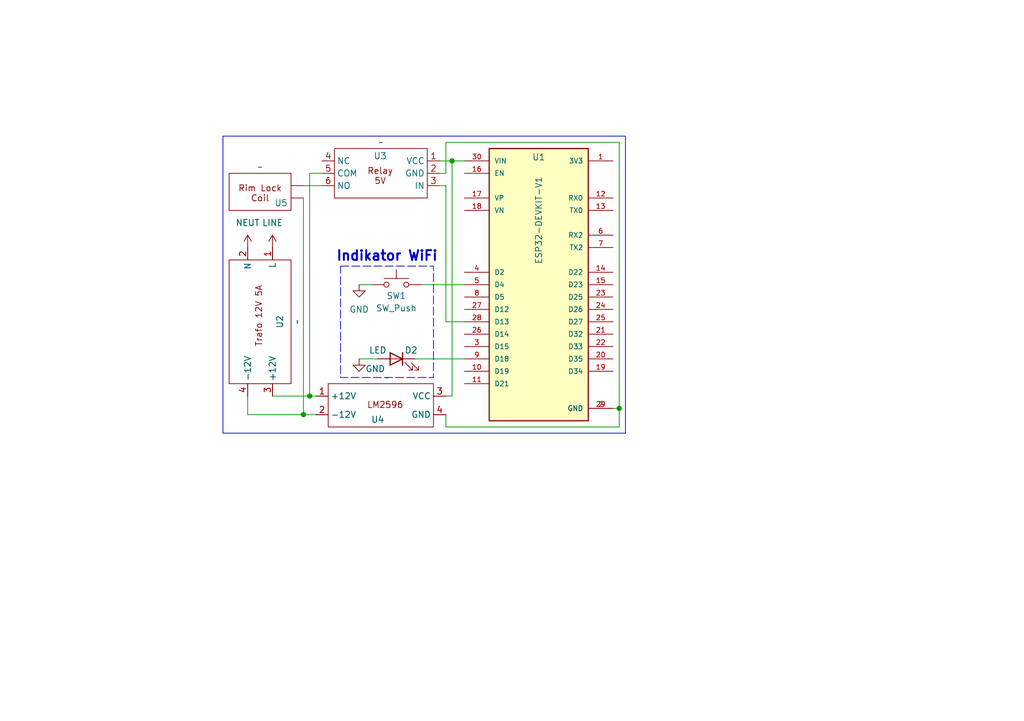
<source format=kicad_sch>
(kicad_sch (version 20231120) (generator "eeschema") (generator_version "8.0")
  (paper "A5")
  (title_block (title "Door Lock") (date "2024-03-21") (rev "v1,0"))
  (lib_symbols
    (symbol "lm2596:lm2596"
      (property "Reference" "U" (at 0 0 0))
      (symbol "lm2596_0_1"
        (rectangle (start 1.27 0) (end 22.86 -8.89))
      )
      (symbol "lm2596_1_1"
        (text "LM2596" (at 12.954 -4.318 0) (effects (font (size 1.27 1.27))))
        (pin power_in line (at -1.27 -2.54 0) (length 2.54) (name "+12V") (number "1"))
        (pin power_in line (at -1.27 -6.35 0) (length 2.54) (name "-12V") (number "2"))
        (pin power_in line (at 25.4 -2.54 180) (length 2.54) (name "VCC") (number "3"))
        (pin power_in line (at 25.4 -6.35 180) (length 2.54) (name "GND") (number "4"))
      )
    )
    (symbol "power:LINE" (power) (pin_numbers hide) (pin_names (offset 0) hide)
      (property "Value" "LINE" (at 0 3.556 0))
      (symbol "LINE_0_1"
        (polyline (pts (xy -0.762 1.27) (xy 0 2.54)))
        (polyline (pts (xy 0 0) (xy 0 2.54)))
        (polyline (pts (xy 0 2.54) (xy 0.762 1.27)))
      )
      (symbol "LINE_1_1"
        (pin power_in line (at 0 0 90) (length 0) (name "~") (number "1"))
      )
    )
    (symbol "power:NEUT" (power) (pin_numbers hide) (pin_names (offset 0) hide)
      (property "Value" "NEUT" (at 0 3.556 0))
      (symbol "NEUT_0_1"
        (polyline (pts (xy -0.762 1.27) (xy 0 2.54)))
        (polyline (pts (xy 0 0) (xy 0 2.54)))
        (polyline (pts (xy 0 2.54) (xy 0.762 1.27)))
      )
      (symbol "NEUT_1_1"
        (pin power_in line (at 0 0 90) (length 0) (name "~") (number "1"))
      )
    )
    (symbol "relay_module5v:ESP32-DEVKIT-V1" (pin_names (offset 1.016))
      (property "Reference" "U" (at -10.16 30.48 0))
      (property "Value" "ESP32-DEVKIT-V1" (at -10.16 -30.48 0))
      (symbol "ESP32-DEVKIT-V1_0_0"
        (rectangle (start -10.16 -27.94) (end 10.16 27.94) (stroke (width 0.254)) (fill (type background)))
        (pin output line (at 15.24 25.4 180) (length 5.08) (name "3V3") (number "1"))
        (pin bidirectional line (at -15.24 -17.78 0) (length 5.08) (name "D19") (number "10"))
        (pin bidirectional line (at -15.24 -20.32 0) (length 5.08) (name "D21") (number "11"))
        (pin input line (at 15.24 17.78 180) (length 5.08) (name "RX0") (number "12"))
        (pin output line (at 15.24 15.24 180) (length 5.08) (name "TX0") (number "13"))
        (pin bidirectional line (at 15.24 2.54 180) (length 5.08) (name "D22") (number "14"))
        (pin bidirectional line (at 15.24 0 180) (length 5.08) (name "D23") (number "15"))
        (pin input line (at -15.24 22.86 0) (length 5.08) (name "EN") (number "16"))
        (pin bidirectional line (at -15.24 17.78 0) (length 5.08) (name "VP") (number "17"))
        (pin bidirectional line (at -15.24 15.24 0) (length 5.08) (name "VN") (number "18"))
        (pin bidirectional line (at 15.24 -17.78 180) (length 5.08) (name "D34") (number "19"))
        (pin power_in line (at 15.24 -25.4 180) (length 5.08) (name "GND") (number "2"))
        (pin bidirectional line (at 15.24 -15.24 180) (length 5.08) (name "D35") (number "20"))
        (pin bidirectional line (at 15.24 -10.16 180) (length 5.08) (name "D32") (number "21"))
        (pin bidirectional line (at 15.24 -12.7 180) (length 5.08) (name "D33") (number "22"))
        (pin bidirectional line (at 15.24 -2.54 180) (length 5.08) (name "D25") (number "23"))
        (pin bidirectional line (at 15.24 -5.08 180) (length 5.08) (name "D26") (number "24"))
        (pin bidirectional line (at 15.24 -7.62 180) (length 5.08) (name "D27") (number "25"))
        (pin bidirectional line (at -15.24 -10.16 0) (length 5.08) (name "D14") (number "26"))
        (pin bidirectional line (at -15.24 -5.08 0) (length 5.08) (name "D12") (number "27"))
        (pin bidirectional line (at -15.24 -7.62 0) (length 5.08) (name "D13") (number "28"))
        (pin power_in line (at 15.24 -25.4 180) (length 5.08) (name "GND") (number "29"))
        (pin bidirectional line (at -15.24 -12.7 0) (length 5.08) (name "D15") (number "3"))
        (pin input line (at -15.24 25.4 0) (length 5.08) (name "VIN") (number "30"))
        (pin bidirectional line (at -15.24 2.54 0) (length 5.08) (name "D2") (number "4"))
        (pin bidirectional line (at -15.24 0 0) (length 5.08) (name "D4") (number "5"))
        (pin input line (at 15.24 10.16 180) (length 5.08) (name "RX2") (number "6"))
        (pin output line (at 15.24 7.62 180) (length 5.08) (name "TX2") (number "7"))
        (pin bidirectional line (at -15.24 -2.54 0) (length 5.08) (name "D5") (number "8"))
        (pin bidirectional line (at -15.24 -15.24 0) (length 5.08) (name "D18") (number "9"))
      )
    )
    (symbol "relay_module5v:GND" (power) (pin_names (offset 0))
      (property "Value" "GND" (at 0 -3.81 0))
      (symbol "GND_0_1"
        (polyline (pts (xy 0 0) (xy 0 -1.27) (xy 1.27 -1.27) (xy 0 -2.54) (xy -1.27 -1.27) (xy 0 -1.27)))
      )
      (symbol "GND_1_1"
        (pin power_in line (at 0 0 270) (length 0) hide (name "GND") (number "1"))
      )
    )
    (symbol "relay_module5v:LED" (pin_numbers hide) (pin_names (offset 1.016) hide)
      (property "Reference" "D" (at 0 2.54 0))
      (property "Value" "LED" (at 0 -2.54 0))
      (symbol "LED_0_1"
        (polyline (pts (xy -1.27 -1.27) (xy -1.27 1.27)) (stroke (width 0.254)))
        (polyline (pts (xy -1.27 0) (xy 1.27 0)))
        (polyline (pts (xy 1.27 -1.27) (xy 1.27 1.27) (xy -1.27 0) (xy 1.27 -1.27)) (stroke (width 0.254)))
        (polyline (pts (xy -3.048 -0.762) (xy -4.572 -2.286) (xy -3.81 -2.286) (xy -4.572 -2.286) (xy -4.572 -1.524)))
        (polyline (pts (xy -1.778 -0.762) (xy -3.302 -2.286) (xy -2.54 -2.286) (xy -3.302 -2.286) (xy -3.302 -1.524)))
      )
      (symbol "LED_1_1"
        (pin passive line (at -3.81 0 0) (length 2.54) (name "K") (number "1"))
        (pin passive line (at 3.81 0 180) (length 2.54) (name "A") (number "2"))
      )
    )
    (symbol "relay_module5v:SW_Push" (pin_numbers hide) (pin_names (offset 1.016) hide)
      (property "Reference" "SW" (at 1.27 2.54 0))
      (property "Value" "SW_Push" (at 0 -1.524 0))
      (symbol "SW_Push_0_1"
        (circle (center -2.032 0) (radius 0.508))
        (polyline (pts (xy 0 1.27) (xy 0 3.048)))
        (polyline (pts (xy 2.54 1.27) (xy -2.54 1.27)))
        (circle (center 2.032 0) (radius 0.508))
        (pin passive line (at -5.08 0 0) (length 2.54) (name "1") (number "1"))
        (pin passive line (at 5.08 0 180) (length 2.54) (name "2") (number "2"))
      )
    )
    (symbol "relay_module5v:relay-module"
      (property "Reference" "U" (at 8.128 -2.032 0))
      (symbol "relay-module_0_1"
        (rectangle (start 0 0) (end 19.05 -10.16))
      )
      (symbol "relay-module_1_1"
        (text "Relay\n5V" (at 9.652 -5.588 0) (effects (font (size 1.27 1.27))))
        (pin power_in line (at -2.54 -2.54 0) (length 2.54) (name "VCC") (number "1"))
        (pin power_in line (at -2.54 -5.08 0) (length 2.54) (name "GND") (number "2"))
        (pin input line (at -2.54 -7.62 0) (length 2.54) (name "IN") (number "3"))
        (pin output line (at 21.59 -2.54 180) (length 2.54) (name "NC") (number "4"))
        (pin output line (at 21.59 -5.08 180) (length 2.54) (name "COM") (number "5"))
        (pin output line (at 21.59 -7.62 180) (length 2.54) (name "NO") (number "6"))
      )
    )
    (symbol "rim-lock:rim-lock"
      (property "Reference" "U" (at 0 0 0))
      (symbol "rim-lock_0_1"
        (rectangle (start 1.27 0) (end 13.97 -7.62))
      )
      (symbol "rim-lock_1_1"
        (text "Rim Lock\nCoil" (at 7.62 -4.064 0) (effects (font (size 1.27 1.27))))
        (pin input line (at 16.51 -5.08 180) (length 2.54) (name "") (number ""))
        (pin input line (at 16.51 -2.54 180) (length 2.54) (name "") (number ""))
      )
    )
    (symbol "trafo-12v5a:trafo12v5a"
      (property "Reference" "U" (at 0 0 0))
      (symbol "trafo12v5a_0_1"
        (rectangle (start 1.27 0) (end 26.67 -12.7))
      )
      (symbol "trafo12v5a_1_1"
        (text "Trafo 12V 5A" (at 12.7 -6.604 0) (effects (font (size 1.27 1.27))))
        (pin power_in line (at -1.27 -3.81 0) (length 2.54) (name "L") (number "1"))
        (pin power_in line (at -1.27 -8.89 0) (length 2.54) (name "N") (number "2"))
        (pin power_out line (at 29.21 -3.81 180) (length 2.54) (name "+12V") (number "3"))
        (pin power_out line (at 29.21 -8.89 180) (length 2.54) (name "-12V") (number "4"))
      )
    )
  )
  (junction (at 62.23 85.09))
  (junction (at 92.71 33.02))
  (junction (at 63.5 81.28))
  (junction (at 127 83.82))
  (wire (pts (xy 90.17 35.56) (xy 91.44 35.56)))
  (wire (pts (xy 62.23 85.09) (xy 64.77 85.09)))
  (wire (pts (xy 66.04 35.56) (xy 63.5 35.56)))
  (wire (pts (xy 62.23 38.1) (xy 66.04 38.1)))
  (wire (pts (xy 63.5 35.56) (xy 63.5 81.28)))
  (wire (pts (xy 90.17 33.02) (xy 92.71 33.02)))
  (wire (pts (xy 127 29.21) (xy 127 83.82)))
  (wire (pts (xy 50.8 81.28) (xy 50.8 85.09)))
  (wire (pts (xy 63.5 81.28) (xy 64.77 81.28)))
  (wire (pts (xy 91.44 87.63) (xy 127 87.63)))
  (wire (pts (xy 127 87.63) (xy 127 83.82)))
  (wire (pts (xy 62.23 40.64) (xy 62.23 85.09)))
  (wire (pts (xy 77.47 73.66) (xy 73.66 73.66)))
  (wire (pts (xy 91.44 29.21) (xy 127 29.21)))
  (wire (pts (xy 91.44 87.63) (xy 91.44 85.09)))
  (wire (pts (xy 55.88 81.28) (xy 63.5 81.28)))
  (wire (pts (xy 127 83.82) (xy 125.73 83.82)))
  (wire (pts (xy 92.71 81.28) (xy 91.44 81.28)))
  (wire (pts (xy 91.44 66.04) (xy 95.25 66.04)))
  (wire (pts (xy 91.44 35.56) (xy 91.44 29.21)))
  (wire (pts (xy 85.09 73.66) (xy 95.25 73.66)))
  (wire (pts (xy 92.71 33.02) (xy 92.71 81.28)))
  (wire (pts (xy 50.8 85.09) (xy 62.23 85.09)))
  (wire (pts (xy 86.36 58.42) (xy 95.25 58.42)))
  (wire (pts (xy 92.71 33.02) (xy 95.25 33.02)))
  (wire (pts (xy 91.44 38.1) (xy 90.17 38.1)))
  (wire (pts (xy 76.2 58.42) (xy 73.66 58.42)))
  (wire (pts (xy 91.44 38.1) (xy 91.44 66.04)))
  (rectangle (start 45.72 27.94) (end 128.27 88.9))
  (text_box "" (at 69.85 54.61 0) (size 19.05 22.86) (stroke (width 0) (type dash)) (effects (font (size 1.27 1.27)) (justify left top)))
  (text "Indikator WiFi" (at 68.834 53.848 0) (effects (font (size 2 2) (bold yes)) (justify left bottom)))
  (symbol (lib_id "rim-lock:rim-lock") (at 45.72 35.56 0) (unit 1)
    (property "Reference" "U5" (at 57.658 41.656 0))
    (property "Value" "~" (at 53.34 34.29 0))
  )
  (symbol (lib_id "relay_module5v:ESP32-DEVKIT-V1") (at 110.49 58.42 0) (unit 1)
    (property "Reference" "U1" (at 110.49 32.258 0))
    (property "Value" "ESP32-DEVKIT-V1" (at 110.49 45.212 90))
    (property "Footprint" "ESP32_DevkitV1:MODULE_ESP32_DEVKIT_V1" (effects (hide yes)))
    (property "Description" "\nDual core, Wi-Fi: 2.4 GHz up to 150 Mbits/s,BLE (Bluetooth Low Energy) and legacy Bluetooth, 32 bits, Up to 240 MHz\n" (effects (hide yes)))
    (property "MF" "Do it" (effects (hide yes)))
    (property "MAXIMUM_PACKAGE_HEIGHT" "6.8 mm" (effects (hide yes)))
    (property "Package" "None" (effects (hide yes)))
    (property "Price" "None" (effects (hide yes)))
    (property "Check_prices" "https://www.snapeda.com/parts/ESP32-DEVKIT-V1/Do+it/view-part/?ref=eda" (effects (hide yes)))
    (property "STANDARD" "Manufacturer Recommendations" (effects (hide yes)))
    (property "PARTREV" "N/A" (effects (hide yes)))
    (property "SnapEDA_Link" "https://www.snapeda.com/parts/ESP32-DEVKIT-V1/Do+it/view-part/?ref=snap" (effects (hide yes)))
    (property "MP" "ESP32-DEVKIT-V1" (effects (hide yes)))
    (property "Availability" "Not in stock" (effects (hide yes)))
    (property "MANUFACTURER" "DOIT" (effects (hide yes)))
  )
  (symbol (lib_id "relay_module5v:relay-module") (at 87.63 30.48 0) (mirror y) (unit 1)
    (property "Reference" "U3" (at 77.978 32.004 0))
    (property "Value" "~" (at 78.105 29.21 0))
  )
  (symbol (lib_id "relay_module5v:LED") (at 81.28 73.66 0) (mirror y) (unit 1)
    (property "Reference" "D2" (at 84.328 71.882 0))
    (property "Value" "LED" (at 77.47 71.882 0))
    (property "Footprint" "LED_THT:LED_D5.0mm_Clear" (effects (hide yes)))
    (property "Description" "Light emitting diode" (effects (hide yes)))
  )
  (symbol (lib_id "relay_module5v:SW_Push") (at 81.28 58.42 0) (mirror y) (unit 1)
    (property "Reference" "SW1" (at 81.28 60.706 0))
    (property "Value" "SW_Push" (at 81.28 63.246 0))
    (property "Footprint" "Button_Switch_THT:SW_PUSH_6mm_H9.5mm" (effects (hide yes)))
    (property "Description" "Push button switch, generic, two pins" (effects (hide yes)))
  )
  (symbol (lib_id "relay_module5v:GND") (at 73.66 58.42 0) (mirror y) (unit 1)
    (property "Reference" "#PWR015" (effects (hide yes)))
    (property "Value" "GND" (at 73.66 63.5 0))
  )
  (symbol (lib_id "power:LINE") (at 55.88 50.8 0) (unit 1)
    (property "Reference" "#PWR01" (effects (hide yes)))
    (property "Value" "LINE" (at 55.88 45.72 0))
    (property "Description" "Power symbol creates a global label with name \"LINE\"" (effects (hide yes)))
  )
  (symbol (lib_id "lm2596:lm2596") (at 66.04 78.74 0) (unit 1)
    (property "Reference" "U4" (at 77.47 86.106 0))
    (property "Value" "~" (at 79.375 77.47 0))
  )
  (symbol (lib_id "power:NEUT") (at 50.8 50.8 0) (unit 1)
    (property "Reference" "#PWR03" (effects (hide yes)))
    (property "Value" "NEUT" (at 50.8 45.72 0))
    (property "Description" "Power symbol creates a global label with name \"NEUT\"" (effects (hide yes)))
  )
  (symbol (lib_id "trafo-12v5a:trafo12v5a") (at 59.69 52.07 270) (unit 1)
    (property "Reference" "U2" (at 57.404 66.04 0))
    (property "Value" "~" (at 60.96 66.04 0))
  )
  (symbol (lib_id "relay_module5v:GND") (at 73.66 73.66 0) (mirror y) (unit 1)
    (property "Reference" "#PWR014" (effects (hide yes)))
    (property "Value" "GND" (at 76.962 75.692 0))
  )
)
</source>
